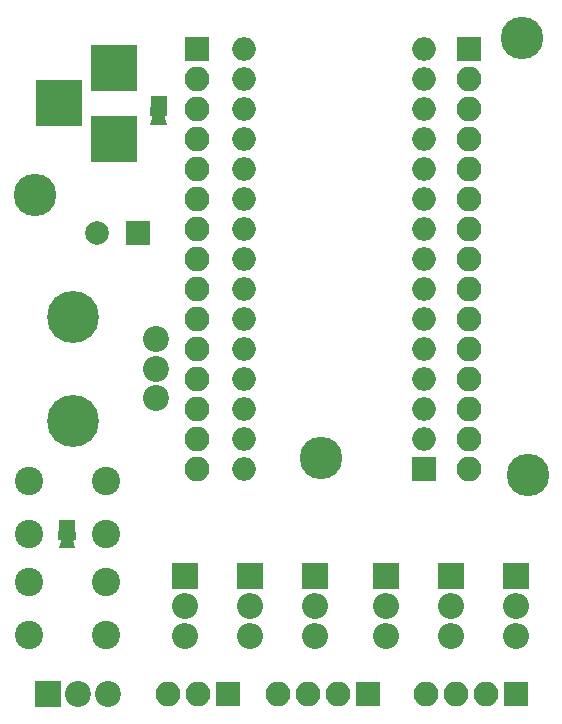
<source format=gbs>
G04 #@! TF.FileFunction,Soldermask,Bot*
%FSLAX46Y46*%
G04 Gerber Fmt 4.6, Leading zero omitted, Abs format (unit mm)*
G04 Created by KiCad (PCBNEW 4.0.7-e2-6376~58~ubuntu14.04.1) date Sun Jan 14 16:44:04 2018*
%MOMM*%
%LPD*%
G01*
G04 APERTURE LIST*
%ADD10C,0.100000*%
%ADD11R,2.200000X2.200000*%
%ADD12O,2.200000X2.200000*%
%ADD13R,2.000000X2.000000*%
%ADD14O,2.000000X2.000000*%
%ADD15C,2.000000*%
%ADD16R,2.100000X2.100000*%
%ADD17O,2.100000X2.100000*%
%ADD18R,3.900000X3.900000*%
%ADD19C,2.200000*%
%ADD20C,4.400000*%
%ADD21C,2.400000*%
%ADD22C,3.600000*%
%ADD23R,1.400000X1.150000*%
%ADD24R,0.900000X0.700000*%
G04 APERTURE END LIST*
D10*
D11*
X161000000Y-101000000D03*
D12*
X161000000Y-103540000D03*
X161000000Y-106080000D03*
D13*
X158740000Y-92000000D03*
D14*
X143500000Y-58980000D03*
X158740000Y-89460000D03*
X143500000Y-61520000D03*
X158740000Y-86920000D03*
X143500000Y-64060000D03*
X158740000Y-84380000D03*
X143500000Y-66600000D03*
X158740000Y-81840000D03*
X143500000Y-69140000D03*
X158740000Y-79300000D03*
X143500000Y-71680000D03*
X158740000Y-76760000D03*
X143500000Y-74220000D03*
X158740000Y-74220000D03*
X143500000Y-76760000D03*
X158740000Y-71680000D03*
X143500000Y-79300000D03*
X158740000Y-69140000D03*
X143500000Y-81840000D03*
X158740000Y-66600000D03*
X143500000Y-84380000D03*
X158740000Y-64060000D03*
X143500000Y-86920000D03*
X158740000Y-61520000D03*
X143500000Y-89460000D03*
X158740000Y-58980000D03*
X143500000Y-92000000D03*
X158740000Y-56440000D03*
X143500000Y-56440000D03*
D13*
X134500000Y-72000000D03*
D15*
X131000000Y-72000000D03*
D16*
X139500000Y-56440000D03*
D17*
X139500000Y-58980000D03*
X139500000Y-61520000D03*
X139500000Y-64060000D03*
X139500000Y-66600000D03*
X139500000Y-69140000D03*
X139500000Y-71680000D03*
X139500000Y-74220000D03*
X139500000Y-76760000D03*
X139500000Y-79300000D03*
X139500000Y-81840000D03*
X139500000Y-84380000D03*
X139500000Y-86920000D03*
X139500000Y-89460000D03*
X139500000Y-92000000D03*
D16*
X162500000Y-56440000D03*
D17*
X162500000Y-58980000D03*
X162500000Y-61520000D03*
X162500000Y-64060000D03*
X162500000Y-66600000D03*
X162500000Y-69140000D03*
X162500000Y-71680000D03*
X162500000Y-74220000D03*
X162500000Y-76760000D03*
X162500000Y-79300000D03*
X162500000Y-81840000D03*
X162500000Y-84380000D03*
X162500000Y-86920000D03*
X162500000Y-89460000D03*
X162500000Y-92000000D03*
D16*
X154000000Y-111000000D03*
D17*
X151460000Y-111000000D03*
X148920000Y-111000000D03*
X146380000Y-111000000D03*
D16*
X166540000Y-111000000D03*
D17*
X164000000Y-111000000D03*
X161460000Y-111000000D03*
X158920000Y-111000000D03*
D18*
X132500000Y-64000000D03*
X132500000Y-58000000D03*
X127800000Y-61000000D03*
D11*
X144000000Y-101000000D03*
D12*
X144000000Y-103540000D03*
X144000000Y-106080000D03*
D11*
X149500000Y-101000000D03*
D12*
X149500000Y-103540000D03*
X149500000Y-106080000D03*
D11*
X138500000Y-101000000D03*
D12*
X138500000Y-103540000D03*
X138500000Y-106080000D03*
D11*
X166500000Y-101000000D03*
D12*
X166500000Y-103540000D03*
X166500000Y-106080000D03*
D11*
X155500000Y-101000000D03*
D12*
X155500000Y-103540000D03*
X155500000Y-106080000D03*
D19*
X136000000Y-86000000D03*
X136000000Y-83500000D03*
X136000000Y-81000000D03*
D20*
X129000000Y-87900000D03*
X129000000Y-79100000D03*
D21*
X131750000Y-93000000D03*
X131750000Y-97500000D03*
X125250000Y-93000000D03*
X125250000Y-97500000D03*
X131750000Y-101500000D03*
X131750000Y-106000000D03*
X125250000Y-101500000D03*
X125250000Y-106000000D03*
D11*
X126920000Y-111000000D03*
D19*
X129460000Y-111000000D03*
X132000000Y-111000000D03*
D16*
X142080000Y-111000000D03*
D17*
X139540000Y-111000000D03*
X137000000Y-111000000D03*
D22*
X167000000Y-55500000D03*
X167500000Y-92500000D03*
X125750000Y-68750000D03*
X150000000Y-91000000D03*
D23*
X128500000Y-96875000D03*
D10*
G36*
X128800000Y-97300000D02*
X129200000Y-98700000D01*
X127800000Y-98700000D01*
X128200000Y-97300000D01*
X128800000Y-97300000D01*
X128800000Y-97300000D01*
G37*
G36*
X128794024Y-98030518D02*
X128323576Y-96696847D01*
X129157099Y-96530293D01*
X129235301Y-97942342D01*
X128794024Y-98030518D01*
X128794024Y-98030518D01*
G37*
G36*
X127764699Y-97942342D02*
X127842901Y-96530293D01*
X128676424Y-96696847D01*
X128205976Y-98030518D01*
X127764699Y-97942342D01*
X127764699Y-97942342D01*
G37*
D24*
X128300000Y-96850000D03*
X128700000Y-96850000D03*
D23*
X136250000Y-61000000D03*
D10*
G36*
X136550000Y-61425000D02*
X136950000Y-62825000D01*
X135550000Y-62825000D01*
X135950000Y-61425000D01*
X136550000Y-61425000D01*
X136550000Y-61425000D01*
G37*
G36*
X136544024Y-62155518D02*
X136073576Y-60821847D01*
X136907099Y-60655293D01*
X136985301Y-62067342D01*
X136544024Y-62155518D01*
X136544024Y-62155518D01*
G37*
G36*
X135514699Y-62067342D02*
X135592901Y-60655293D01*
X136426424Y-60821847D01*
X135955976Y-62155518D01*
X135514699Y-62067342D01*
X135514699Y-62067342D01*
G37*
D24*
X136050000Y-60975000D03*
X136450000Y-60975000D03*
M02*

</source>
